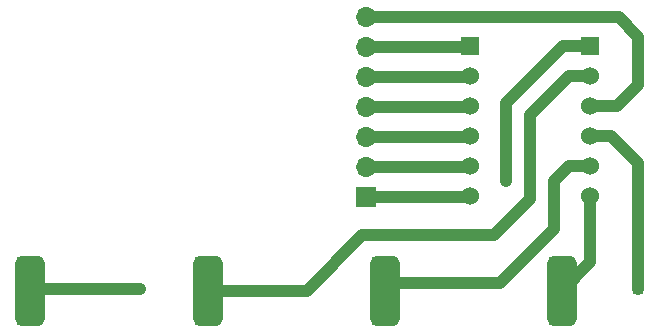
<source format=gtl>
G04 #@! TF.GenerationSoftware,KiCad,Pcbnew,7.0.2*
G04 #@! TF.CreationDate,2024-09-29T20:12:52-04:00*
G04 #@! TF.ProjectId,GPIO_circuit,4750494f-5f63-4697-9263-7569742e6b69,rev?*
G04 #@! TF.SameCoordinates,Original*
G04 #@! TF.FileFunction,Copper,L1,Top*
G04 #@! TF.FilePolarity,Positive*
%FSLAX46Y46*%
G04 Gerber Fmt 4.6, Leading zero omitted, Abs format (unit mm)*
G04 Created by KiCad (PCBNEW 7.0.2) date 2024-09-29 20:12:52*
%MOMM*%
%LPD*%
G01*
G04 APERTURE LIST*
G04 Aperture macros list*
%AMRoundRect*
0 Rectangle with rounded corners*
0 $1 Rounding radius*
0 $2 $3 $4 $5 $6 $7 $8 $9 X,Y pos of 4 corners*
0 Add a 4 corners polygon primitive as box body*
4,1,4,$2,$3,$4,$5,$6,$7,$8,$9,$2,$3,0*
0 Add four circle primitives for the rounded corners*
1,1,$1+$1,$2,$3*
1,1,$1+$1,$4,$5*
1,1,$1+$1,$6,$7*
1,1,$1+$1,$8,$9*
0 Add four rect primitives between the rounded corners*
20,1,$1+$1,$2,$3,$4,$5,0*
20,1,$1+$1,$4,$5,$6,$7,0*
20,1,$1+$1,$6,$7,$8,$9,0*
20,1,$1+$1,$8,$9,$2,$3,0*%
G04 Aperture macros list end*
G04 #@! TA.AperFunction,ComponentPad*
%ADD10R,0.850000X0.850000*%
G04 #@! TD*
G04 #@! TA.AperFunction,SMDPad,CuDef*
%ADD11RoundRect,0.625000X-0.625000X-2.375000X0.625000X-2.375000X0.625000X2.375000X-0.625000X2.375000X0*%
G04 #@! TD*
G04 #@! TA.AperFunction,ComponentPad*
%ADD12R,1.700000X1.700000*%
G04 #@! TD*
G04 #@! TA.AperFunction,ComponentPad*
%ADD13O,1.700000X1.700000*%
G04 #@! TD*
G04 #@! TA.AperFunction,ComponentPad*
%ADD14C,1.524000*%
G04 #@! TD*
G04 #@! TA.AperFunction,ComponentPad*
%ADD15R,1.524000X1.524000*%
G04 #@! TD*
G04 #@! TA.AperFunction,ViaPad*
%ADD16C,0.800000*%
G04 #@! TD*
G04 #@! TA.AperFunction,Conductor*
%ADD17C,1.000000*%
G04 #@! TD*
G04 APERTURE END LIST*
D10*
X156464000Y-85852000D03*
D11*
X150000000Y-86000000D03*
X135000000Y-86000000D03*
X120000000Y-86000000D03*
X105000000Y-86000000D03*
D12*
X133407000Y-78105000D03*
D13*
X133407000Y-75565000D03*
X133407000Y-73025000D03*
X133407000Y-70485000D03*
X133407000Y-67945000D03*
X133407000Y-65405000D03*
X133407000Y-62865000D03*
D14*
X152400000Y-72898000D03*
X142240000Y-72898000D03*
X152400000Y-70358000D03*
D15*
X152400000Y-65278000D03*
D14*
X152400000Y-67818000D03*
X152400000Y-75438000D03*
X152400000Y-77978000D03*
X142240000Y-70358000D03*
D15*
X142240000Y-65278000D03*
D14*
X142240000Y-67818000D03*
X142240000Y-75438000D03*
X142240000Y-77978000D03*
D16*
X114300000Y-85852000D03*
X145288000Y-76708000D03*
D17*
X150622000Y-67818000D02*
X152400000Y-67818000D01*
X144272000Y-81280000D02*
X147320000Y-78232000D01*
X133096000Y-81280000D02*
X144272000Y-81280000D01*
X147320000Y-78232000D02*
X147320000Y-71120000D01*
X128376000Y-86000000D02*
X133096000Y-81280000D01*
X147320000Y-71120000D02*
X150622000Y-67818000D01*
X120000000Y-86000000D02*
X128376000Y-86000000D01*
X150114000Y-65278000D02*
X152400000Y-65278000D01*
X145288000Y-76708000D02*
X145288000Y-70104000D01*
X145288000Y-70104000D02*
X150114000Y-65278000D01*
X142113000Y-73025000D02*
X142240000Y-72898000D01*
X133407000Y-73025000D02*
X142113000Y-73025000D01*
X156464000Y-75184000D02*
X156464000Y-85852000D01*
X154178000Y-72898000D02*
X156464000Y-75184000D01*
X152400000Y-72898000D02*
X154178000Y-72898000D01*
X105148000Y-85852000D02*
X114300000Y-85852000D01*
X105000000Y-86000000D02*
X105148000Y-85852000D01*
X135656000Y-85344000D02*
X135000000Y-86000000D01*
X149352000Y-80772000D02*
X144780000Y-85344000D01*
X144780000Y-85344000D02*
X135656000Y-85344000D01*
X149352000Y-76708000D02*
X149352000Y-80772000D01*
X150622000Y-75438000D02*
X149352000Y-76708000D01*
X152400000Y-75438000D02*
X150622000Y-75438000D01*
X133407000Y-78105000D02*
X142113000Y-78105000D01*
X142113000Y-78105000D02*
X142240000Y-77978000D01*
X133407000Y-75565000D02*
X142113000Y-75565000D01*
X142113000Y-75565000D02*
X142240000Y-75438000D01*
X142113000Y-70485000D02*
X142240000Y-70358000D01*
X133407000Y-70485000D02*
X142113000Y-70485000D01*
X142113000Y-67945000D02*
X142240000Y-67818000D01*
X133407000Y-67945000D02*
X142113000Y-67945000D01*
X142113000Y-65405000D02*
X142240000Y-65278000D01*
X133407000Y-65405000D02*
X142113000Y-65405000D01*
X154686000Y-70358000D02*
X152400000Y-70358000D01*
X156464000Y-68580000D02*
X154686000Y-70358000D01*
X156464000Y-64516000D02*
X156464000Y-68580000D01*
X133407000Y-62865000D02*
X154813000Y-62865000D01*
X154813000Y-62865000D02*
X156464000Y-64516000D01*
X152400000Y-77978000D02*
X152400000Y-83600000D01*
X152400000Y-83600000D02*
X150000000Y-86000000D01*
M02*

</source>
